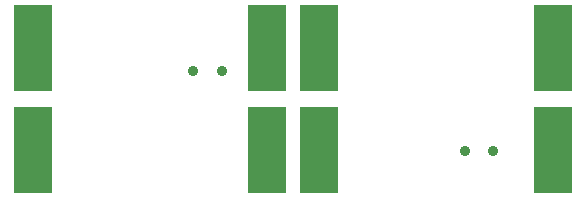
<source format=gts>
G04*
G04 #@! TF.GenerationSoftware,Altium Limited,Altium Designer,19.1.5 (86)*
G04*
G04 Layer_Color=8388736*
%FSLAX25Y25*%
%MOIN*%
G70*
G01*
G75*
%ADD12R,0.12611X0.28950*%
%ADD13C,0.03556*%
D12*
X88976Y20866D02*
D03*
X11024D02*
D03*
X106299D02*
D03*
X184252D02*
D03*
X88976Y54724D02*
D03*
X11024D02*
D03*
X106299D02*
D03*
X184252D02*
D03*
D13*
X64567Y47244D02*
D03*
X74016D02*
D03*
X164567Y20472D02*
D03*
X155118D02*
D03*
M02*

</source>
